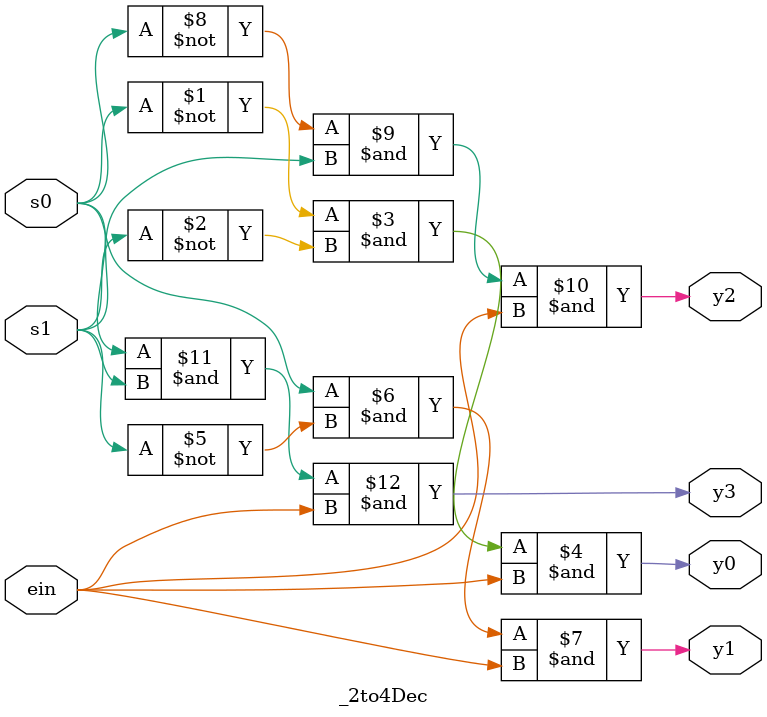
<source format=v>
module _2to4Dec(s0,s1,ein,y0,y1,y2,y3); //decorder 2 to 4

input s0,s1,ein;
output y0,y1,y2,y3;

assign y0=(~s0&~s1&ein);
assign y1=(s0&~s1&ein);
assign y2=(~s0&s1&ein);
assign y3=(s0&s1&ein);

endmodule
</source>
